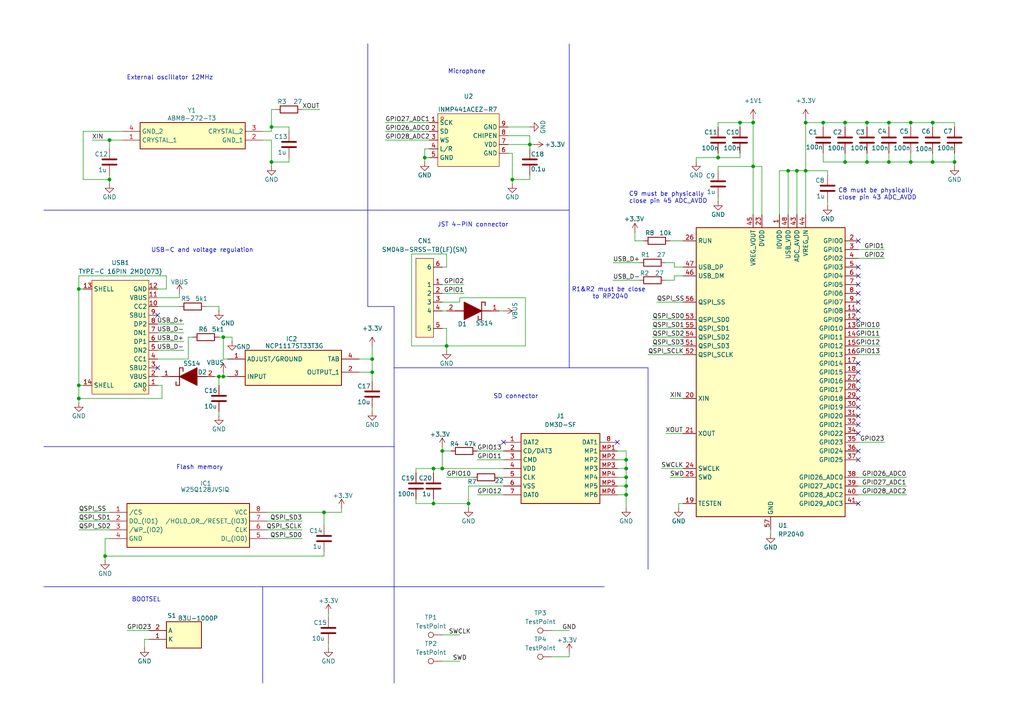
<source format=kicad_sch>
(kicad_sch (version 20250114) (generator "eeschema") (generator_version "9.0")
  (paper "A4")
  (text "USB-C and voltage regulation" (at 58.674 72.644 0) (effects (font (size 1.27 1.27))))
  (text "C9 must be physically \nclose pin 45 ADC_AVDD" (at 193.802 57.404 0) (effects (font (size 1.27 1.27))))
  (text "SD connector\n" (at 149.606 115.062 0) (effects (font (size 1.27 1.27))))
  (text "BOOTSEL" (at 42.418 173.99 0) (effects (font (size 1.27 1.27))))
  (text "Microphone" (at 135.382 20.828 0) (effects (font (size 1.27 1.27))))
  (text "Flash memory" (at 57.912 135.636 0) (effects (font (size 1.27 1.27))))
  (text "R1&R2 must be close \nto RP2040\n" (at 177.038 85.09 0) (effects (font (size 1.27 1.27))))
  (text "JST 4-PIN connector" (at 137.16 65.278 0) (effects (font (size 1.27 1.27))))
  (text "C8 must be physically \nclose pin 43 ADC_AVDD" (at 254.508 56.388 0) (effects (font (size 1.27 1.27))))
  (text "External oscillator 12MHz\n" (at 49.276 22.606 0) (effects (font (size 1.27 1.27))))
  (junction (at 135.89 146.05))
  (junction (at 22.86 83.82))
  (junction (at 251.46 35.56))
  (junction (at 64.77 109.22))
  (junction (at 181.61 138.43))
  (junction (at 181.61 135.89))
  (junction (at 78.74 36.83))
  (junction (at 78.74 46.99))
  (junction (at 107.95 104.14))
  (junction (at 276.86 46.99))
  (junction (at 233.68 35.56))
  (junction (at 129.54 100.33))
  (junction (at 245.11 46.99))
  (junction (at 30.48 161.29))
  (junction (at 22.86 111.76))
  (junction (at 128.27 135.89))
  (junction (at 214.63 35.56))
  (junction (at 257.81 35.56))
  (junction (at 107.95 107.95))
  (junction (at 63.5 109.22))
  (junction (at 153.67 41.91))
  (junction (at 218.44 35.56))
  (junction (at 231.14 49.53))
  (junction (at 245.11 35.56))
  (junction (at 181.61 140.97))
  (junction (at 251.46 46.99))
  (junction (at 228.6 49.53))
  (junction (at 125.73 146.05))
  (junction (at 181.61 133.35))
  (junction (at 264.16 46.99))
  (junction (at 64.77 97.79))
  (junction (at 181.61 143.51))
  (junction (at 31.75 40.64))
  (junction (at 270.51 46.99))
  (junction (at 264.16 35.56))
  (junction (at 128.27 130.81))
  (junction (at 238.76 35.56))
  (junction (at 22.86 115.57))
  (junction (at 31.75 52.07))
  (junction (at 123.19 45.72))
  (junction (at 257.81 46.99))
  (junction (at 208.28 45.72))
  (junction (at 270.51 35.56))
  (junction (at 218.44 48.26))
  (junction (at 93.98 148.59))
  (junction (at 148.59 52.07))
  (junction (at 233.68 49.53))
  (junction (at 125.73 135.89))
  (no_connect (at 248.92 90.17))
  (no_connect (at 248.92 130.81))
  (no_connect (at 248.92 69.85))
  (no_connect (at 45.72 106.68))
  (no_connect (at 248.92 80.01))
  (no_connect (at 248.92 118.11))
  (no_connect (at 248.92 123.19))
  (no_connect (at 248.92 107.95))
  (no_connect (at 248.92 146.05))
  (no_connect (at 248.92 120.65))
  (no_connect (at 146.05 128.27))
  (no_connect (at 248.92 77.47))
  (no_connect (at 248.92 113.03))
  (no_connect (at 248.92 92.71))
  (no_connect (at 248.92 105.41))
  (no_connect (at 248.92 110.49))
  (no_connect (at 248.92 85.09))
  (no_connect (at 179.07 128.27))
  (no_connect (at 248.92 87.63))
  (no_connect (at 45.72 91.44))
  (no_connect (at 248.92 82.55))
  (no_connect (at 248.92 115.57))
  (no_connect (at 248.92 133.35))
  (no_connect (at 248.92 125.73))
  (wire (pts (xy 41.91 185.42) (xy 43.18 185.42)))
  (wire (pts (xy 64.77 107.95) (xy 64.77 109.22)))
  (wire (pts (xy 138.43 130.81) (xy 146.05 130.81)))
  (wire (pts (xy 35.56 38.1) (xy 24.13 38.1)))
  (wire (pts (xy 64.77 97.79) (xy 64.77 104.14)))
  (wire (pts (xy 26.67 40.64) (xy 31.75 40.64)))
  (wire (pts (xy 46.99 115.57) (xy 22.86 115.57)))
  (wire (pts (xy 22.86 153.67) (xy 31.75 153.67)))
  (wire (pts (xy 67.31 97.79) (xy 64.77 97.79)))
  (polyline (pts (xy 187.96 106.68) (xy 187.96 165.1)))
  (wire (pts (xy 248.92 140.97) (xy 262.89 140.97)))
  (wire (pts (xy 22.86 111.76) (xy 22.86 83.82)))
  (wire (pts (xy 245.11 35.56) (xy 245.11 36.83)))
  (wire (pts (xy 214.63 35.56) (xy 214.63 36.83)))
  (polyline (pts (xy 12.7 60.96) (xy 106.68 60.96)))
  (wire (pts (xy 120.65 144.78) (xy 120.65 146.05)))
  (wire (pts (xy 187.96 102.87) (xy 198.12 102.87)))
  (wire (pts (xy 194.31 69.85) (xy 198.12 69.85)))
  (wire (pts (xy 63.5 97.79) (xy 64.77 97.79)))
  (wire (pts (xy 193.04 76.2) (xy 195.58 76.2)))
  (wire (pts (xy 129.54 138.43) (xy 137.16 138.43)))
  (wire (pts (xy 218.44 62.23) (xy 218.44 48.26)))
  (wire (pts (xy 160.02 182.88) (xy 165.1 182.88)))
  (wire (pts (xy 152.4 86.36) (xy 152.4 100.33)))
  (wire (pts (xy 231.14 62.23) (xy 231.14 49.53)))
  (wire (pts (xy 104.14 107.95) (xy 107.95 107.95)))
  (wire (pts (xy 22.86 148.59) (xy 31.75 148.59)))
  (wire (pts (xy 95.25 177.8) (xy 95.25 179.07)))
  (wire (pts (xy 31.75 43.18) (xy 31.75 40.64)))
  (wire (pts (xy 128.27 77.47) (xy 129.54 77.47)))
  (wire (pts (xy 31.75 50.8) (xy 31.75 52.07)))
  (wire (pts (xy 54.61 97.79) (xy 54.61 104.14)))
  (wire (pts (xy 196.85 147.32) (xy 196.85 146.05)))
  (wire (pts (xy 208.28 57.15) (xy 208.28 58.42)))
  (wire (pts (xy 251.46 46.99) (xy 245.11 46.99)))
  (wire (pts (xy 264.16 46.99) (xy 257.81 46.99)))
  (wire (pts (xy 45.72 83.82) (xy 48.26 83.82)))
  (wire (pts (xy 226.06 62.23) (xy 226.06 49.53)))
  (wire (pts (xy 177.8 76.2) (xy 185.42 76.2)))
  (wire (pts (xy 181.61 130.81) (xy 179.07 130.81)))
  (wire (pts (xy 24.13 52.07) (xy 31.75 52.07)))
  (wire (pts (xy 147.32 41.91) (xy 153.67 41.91)))
  (wire (pts (xy 196.85 146.05) (xy 198.12 146.05)))
  (wire (pts (xy 194.31 138.43) (xy 198.12 138.43)))
  (wire (pts (xy 48.26 83.82) (xy 48.26 80.01)))
  (wire (pts (xy 78.74 40.64) (xy 76.2 40.64)))
  (wire (pts (xy 124.46 43.18) (xy 123.19 43.18)))
  (wire (pts (xy 248.92 100.33) (xy 255.27 100.33)))
  (wire (pts (xy 153.67 41.91) (xy 153.67 43.18)))
  (wire (pts (xy 128.27 135.89) (xy 128.27 130.81)))
  (wire (pts (xy 218.44 35.56) (xy 218.44 48.26)))
  (wire (pts (xy 181.61 143.51) (xy 181.61 140.97)))
  (wire (pts (xy 177.8 81.28) (xy 185.42 81.28)))
  (wire (pts (xy 238.76 35.56) (xy 233.68 35.56)))
  (wire (pts (xy 135.89 146.05) (xy 135.89 147.32)))
  (wire (pts (xy 125.73 146.05) (xy 135.89 146.05)))
  (polyline (pts (xy 106.68 60.96) (xy 165.1 60.96)))
  (wire (pts (xy 104.14 104.14) (xy 107.95 104.14)))
  (wire (pts (xy 276.86 35.56) (xy 270.51 35.56)))
  (polyline (pts (xy 165.1 12.7) (xy 165.1 60.96)))
  (wire (pts (xy 181.61 140.97) (xy 181.61 138.43)))
  (wire (pts (xy 276.86 46.99) (xy 270.51 46.99)))
  (wire (pts (xy 45.72 104.14) (xy 54.61 104.14)))
  (wire (pts (xy 77.47 156.21) (xy 87.63 156.21)))
  (wire (pts (xy 63.5 90.17) (xy 63.5 88.9)))
  (wire (pts (xy 160.02 190.5) (xy 165.1 190.5)))
  (wire (pts (xy 148.59 44.45) (xy 147.32 44.45)))
  (wire (pts (xy 63.5 111.76) (xy 63.5 109.22)))
  (wire (pts (xy 22.86 80.01) (xy 22.86 83.82)))
  (wire (pts (xy 214.63 35.56) (xy 218.44 35.56)))
  (wire (pts (xy 45.72 101.6) (xy 53.34 101.6)))
  (wire (pts (xy 264.16 44.45) (xy 264.16 46.99)))
  (wire (pts (xy 233.68 49.53) (xy 233.68 62.23)))
  (wire (pts (xy 83.82 46.99) (xy 78.74 46.99)))
  (wire (pts (xy 125.73 144.78) (xy 125.73 146.05)))
  (wire (pts (xy 128.27 191.77) (xy 133.35 191.77)))
  (wire (pts (xy 245.11 44.45) (xy 245.11 46.99)))
  (wire (pts (xy 133.35 86.36) (xy 152.4 86.36)))
  (wire (pts (xy 83.82 38.1) (xy 83.82 36.83)))
  (wire (pts (xy 276.86 44.45) (xy 276.86 46.99)))
  (wire (pts (xy 129.54 100.33) (xy 152.4 100.33)))
  (wire (pts (xy 276.86 46.99) (xy 276.86 48.26)))
  (wire (pts (xy 189.23 100.33) (xy 198.12 100.33)))
  (wire (pts (xy 36.83 182.88) (xy 43.18 182.88)))
  (wire (pts (xy 128.27 135.89) (xy 146.05 135.89)))
  (wire (pts (xy 107.95 118.11) (xy 107.95 119.38)))
  (wire (pts (xy 248.92 143.51) (xy 262.89 143.51)))
  (wire (pts (xy 147.32 39.37) (xy 153.67 39.37)))
  (wire (pts (xy 214.63 45.72) (xy 214.63 44.45)))
  (polyline (pts (xy 165.1 106.68) (xy 187.96 106.68)))
  (wire (pts (xy 165.1 189.23) (xy 165.1 190.5)))
  (wire (pts (xy 128.27 90.17) (xy 129.54 90.17)))
  (polyline (pts (xy 106.68 88.9) (xy 114.3 88.9)))
  (wire (pts (xy 31.75 52.07) (xy 31.75 53.34)))
  (wire (pts (xy 30.48 156.21) (xy 31.75 156.21)))
  (wire (pts (xy 238.76 46.99) (xy 238.76 44.45)))
  (wire (pts (xy 233.68 35.56) (xy 233.68 49.53)))
  (wire (pts (xy 45.72 88.9) (xy 52.07 88.9)))
  (wire (pts (xy 195.58 81.28) (xy 193.04 81.28)))
  (wire (pts (xy 240.03 58.42) (xy 240.03 59.69)))
  (wire (pts (xy 248.92 95.25) (xy 255.27 95.25)))
  (wire (pts (xy 195.58 77.47) (xy 198.12 77.47)))
  (wire (pts (xy 63.5 88.9) (xy 59.69 88.9)))
  (wire (pts (xy 63.5 119.38) (xy 63.5 120.65)))
  (wire (pts (xy 251.46 35.56) (xy 251.46 36.83)))
  (wire (pts (xy 148.59 44.45) (xy 148.59 52.07)))
  (wire (pts (xy 276.86 36.83) (xy 276.86 35.56)))
  (wire (pts (xy 257.81 44.45) (xy 257.81 46.99)))
  (wire (pts (xy 78.74 36.83) (xy 78.74 38.1)))
  (wire (pts (xy 135.89 146.05) (xy 135.89 140.97)))
  (wire (pts (xy 248.92 97.79) (xy 255.27 97.79)))
  (wire (pts (xy 201.93 45.72) (xy 208.28 45.72)))
  (wire (pts (xy 111.76 35.56) (xy 124.46 35.56)))
  (wire (pts (xy 63.5 109.22) (xy 64.77 109.22)))
  (wire (pts (xy 62.23 109.22) (xy 63.5 109.22)))
  (wire (pts (xy 248.92 72.39) (xy 256.54 72.39)))
  (wire (pts (xy 67.31 99.06) (xy 67.31 97.79)))
  (wire (pts (xy 128.27 87.63) (xy 133.35 87.63)))
  (wire (pts (xy 248.92 128.27) (xy 256.54 128.27)))
  (polyline (pts (xy 114.3 106.68) (xy 165.1 106.68)))
  (wire (pts (xy 195.58 80.01) (xy 195.58 81.28)))
  (wire (pts (xy 128.27 82.55) (xy 134.62 82.55)))
  (wire (pts (xy 138.43 143.51) (xy 146.05 143.51)))
  (wire (pts (xy 129.54 73.66) (xy 119.38 73.66)))
  (wire (pts (xy 208.28 44.45) (xy 208.28 45.72)))
  (wire (pts (xy 22.86 111.76) (xy 22.86 115.57)))
  (wire (pts (xy 78.74 40.64) (xy 78.74 46.99)))
  (wire (pts (xy 228.6 62.23) (xy 228.6 49.53)))
  (wire (pts (xy 80.01 31.75) (xy 78.74 31.75)))
  (wire (pts (xy 220.98 48.26) (xy 218.44 48.26)))
  (wire (pts (xy 179.07 143.51) (xy 181.61 143.51)))
  (wire (pts (xy 64.77 109.22) (xy 66.04 109.22)))
  (wire (pts (xy 45.72 96.52) (xy 53.34 96.52)))
  (polyline (pts (xy 106.68 60.96) (xy 106.68 88.9)))
  (wire (pts (xy 30.48 156.21) (xy 30.48 161.29)))
  (wire (pts (xy 248.92 74.93) (xy 256.54 74.93)))
  (wire (pts (xy 87.63 31.75) (xy 92.71 31.75)))
  (wire (pts (xy 147.32 36.83) (xy 153.67 36.83)))
  (wire (pts (xy 31.75 40.64) (xy 35.56 40.64)))
  (wire (pts (xy 144.78 138.43) (xy 146.05 138.43)))
  (wire (pts (xy 248.92 138.43) (xy 262.89 138.43)))
  (wire (pts (xy 64.77 104.14) (xy 66.04 104.14)))
  (wire (pts (xy 107.95 104.14) (xy 107.95 100.33)))
  (wire (pts (xy 208.28 45.72) (xy 214.63 45.72)))
  (wire (pts (xy 245.11 46.99) (xy 238.76 46.99)))
  (wire (pts (xy 190.5 87.63) (xy 198.12 87.63)))
  (wire (pts (xy 251.46 44.45) (xy 251.46 46.99)))
  (wire (pts (xy 153.67 41.91) (xy 154.94 41.91)))
  (wire (pts (xy 218.44 34.29) (xy 218.44 35.56)))
  (wire (pts (xy 193.04 125.73) (xy 198.12 125.73)))
  (wire (pts (xy 30.48 161.29) (xy 93.98 161.29)))
  (wire (pts (xy 83.82 36.83) (xy 78.74 36.83)))
  (wire (pts (xy 125.73 135.89) (xy 128.27 135.89)))
  (wire (pts (xy 46.99 111.76) (xy 46.99 115.57)))
  (wire (pts (xy 181.61 138.43) (xy 181.61 135.89)))
  (wire (pts (xy 251.46 35.56) (xy 245.11 35.56)))
  (wire (pts (xy 128.27 129.54) (xy 128.27 130.81)))
  (wire (pts (xy 189.23 97.79) (xy 198.12 97.79)))
  (wire (pts (xy 179.07 140.97) (xy 181.61 140.97)))
  (wire (pts (xy 41.91 187.96) (xy 41.91 185.42)))
  (wire (pts (xy 22.86 83.82) (xy 24.13 83.82)))
  (wire (pts (xy 128.27 184.15) (xy 133.35 184.15)))
  (wire (pts (xy 52.07 86.36) (xy 52.07 85.09)))
  (wire (pts (xy 179.07 138.43) (xy 181.61 138.43)))
  (wire (pts (xy 270.51 44.45) (xy 270.51 46.99)))
  (wire (pts (xy 129.54 77.47) (xy 129.54 73.66)))
  (wire (pts (xy 123.19 46.99) (xy 123.19 45.72)))
  (wire (pts (xy 93.98 148.59) (xy 93.98 152.4)))
  (wire (pts (xy 264.16 35.56) (xy 264.16 36.83)))
  (wire (pts (xy 125.73 135.89) (xy 125.73 137.16)))
  (wire (pts (xy 181.61 147.32) (xy 181.61 143.51)))
  (wire (pts (xy 201.93 46.99) (xy 201.93 45.72)))
  (polyline (pts (xy 165.1 60.96) (xy 165.1 106.68)))
  (wire (pts (xy 45.72 93.98) (xy 53.34 93.98)))
  (wire (pts (xy 119.38 73.66) (xy 119.38 100.33)))
  (wire (pts (xy 22.86 115.57) (xy 22.86 116.84)))
  (wire (pts (xy 95.25 186.69) (xy 95.25 187.96)))
  (wire (pts (xy 107.95 110.49) (xy 107.95 107.95)))
  (wire (pts (xy 231.14 49.53) (xy 233.68 49.53)))
  (wire (pts (xy 128.27 130.81) (xy 130.81 130.81)))
  (wire (pts (xy 107.95 107.95) (xy 107.95 104.14)))
  (wire (pts (xy 99.06 148.59) (xy 93.98 148.59)))
  (wire (pts (xy 128.27 85.09) (xy 134.62 85.09)))
  (wire (pts (xy 77.47 151.13) (xy 87.63 151.13)))
  (wire (pts (xy 148.59 52.07) (xy 153.67 52.07)))
  (wire (pts (xy 144.78 90.17) (xy 146.05 90.17)))
  (polyline (pts (xy 114.3 129.54) (xy 114.3 198.12)))
  (wire (pts (xy 99.06 147.32) (xy 99.06 148.59)))
  (wire (pts (xy 153.67 39.37) (xy 153.67 41.91)))
  (wire (pts (xy 123.19 43.18) (xy 123.19 45.72)))
  (wire (pts (xy 120.65 135.89) (xy 125.73 135.89)))
  (polyline (pts (xy 12.7 170.18) (xy 114.3 170.18)))
  (wire (pts (xy 77.47 148.59) (xy 93.98 148.59)))
  (wire (pts (xy 220.98 62.23) (xy 220.98 48.26)))
  (wire (pts (xy 179.07 133.35) (xy 181.61 133.35)))
  (wire (pts (xy 45.72 111.76) (xy 46.99 111.76)))
  (wire (pts (xy 226.06 49.53) (xy 228.6 49.53)))
  (wire (pts (xy 120.65 137.16) (xy 120.65 135.89)))
  (wire (pts (xy 181.61 135.89) (xy 181.61 133.35)))
  (wire (pts (xy 257.81 35.56) (xy 257.81 36.83)))
  (wire (pts (xy 45.72 109.22) (xy 46.99 109.22)))
  (wire (pts (xy 48.26 80.01) (xy 22.86 80.01)))
  (wire (pts (xy 238.76 35.56) (xy 238.76 36.83)))
  (wire (pts (xy 24.13 38.1) (xy 24.13 52.07)))
  (wire (pts (xy 189.23 95.25) (xy 198.12 95.25)))
  (wire (pts (xy 233.68 49.53) (xy 240.03 49.53)))
  (wire (pts (xy 184.15 69.85) (xy 186.69 69.85)))
  (wire (pts (xy 148.59 52.07) (xy 148.59 53.34)))
  (wire (pts (xy 123.19 45.72) (xy 124.46 45.72)))
  (wire (pts (xy 208.28 35.56) (xy 214.63 35.56)))
  (wire (pts (xy 22.86 111.76) (xy 24.13 111.76)))
  (wire (pts (xy 240.03 49.53) (xy 240.03 50.8)))
  (wire (pts (xy 218.44 48.26) (xy 208.28 48.26)))
  (wire (pts (xy 228.6 49.53) (xy 231.14 49.53)))
  (wire (pts (xy 270.51 46.99) (xy 264.16 46.99)))
  (polyline (pts (xy 76.2 170.18) (xy 76.2 198.12)))
  (wire (pts (xy 78.74 46.99) (xy 78.74 48.26)))
  (polyline (pts (xy 114.3 88.9) (xy 114.3 129.54)))
  (wire (pts (xy 76.2 38.1) (xy 78.74 38.1)))
  (wire (pts (xy 208.28 36.83) (xy 208.28 35.56)))
  (wire (pts (xy 223.52 153.67) (xy 223.52 154.94)))
  (wire (pts (xy 257.81 35.56) (xy 251.46 35.56)))
  (wire (pts (xy 129.54 101.6) (xy 129.54 100.33)))
  (wire (pts (xy 129.54 100.33) (xy 129.54 95.25)))
  (wire (pts (xy 189.23 92.71) (xy 198.12 92.71)))
  (wire (pts (xy 194.31 115.57) (xy 198.12 115.57)))
  (wire (pts (xy 133.35 87.63) (xy 133.35 86.36)))
  (wire (pts (xy 45.72 99.06) (xy 53.34 99.06)))
  (wire (pts (xy 83.82 45.72) (xy 83.82 46.99)))
  (wire (pts (xy 184.15 67.31) (xy 184.15 69.85)))
  (wire (pts (xy 111.76 40.64) (xy 124.46 40.64)))
  (polyline (pts (xy 106.68 12.7) (xy 106.68 60.96)))
  (polyline (pts (xy 114.3 170.18) (xy 175.26 170.18)))
  (wire (pts (xy 54.61 97.79) (xy 55.88 97.79)))
  (wire (pts (xy 257.81 46.99) (xy 251.46 46.99)))
  (wire (pts (xy 135.89 140.97) (xy 146.05 140.97)))
  (wire (pts (xy 129.54 95.25) (xy 128.27 95.25)))
  (wire (pts (xy 119.38 100.33) (xy 129.54 100.33)))
  (wire (pts (xy 22.86 151.13) (xy 31.75 151.13)))
  (wire (pts (xy 208.28 48.26) (xy 208.28 49.53)))
  (wire (pts (xy 30.48 161.29) (xy 30.48 162.56)))
  (wire (pts (xy 138.43 133.35) (xy 146.05 133.35)))
  (wire (pts (xy 270.51 35.56) (xy 270.51 36.83)))
  (wire (pts (xy 111.76 38.1) (xy 124.46 38.1)))
  (wire (pts (xy 153.67 50.8) (xy 153.67 52.07)))
  (wire (pts (xy 233.68 34.29) (xy 233.68 35.56)))
  (wire (pts (xy 93.98 160.02) (xy 93.98 161.29)))
  (wire (pts (xy 78.74 31.75) (xy 78.74 36.83)))
  (wire (pts (xy 191.77 135.89) (xy 198.12 135.89)))
  (wire (pts (xy 179.07 135.89) (xy 181.61 135.89)))
  (wire (pts (xy 248.92 102.87) (xy 255.27 102.87)))
  (wire (pts (xy 181.61 133.35) (xy 181.61 130.81)))
  (wire (pts (xy 198.12 80.01) (xy 195.58 80.01)))
  (wire (pts (xy 77.47 153.67) (xy 87.63 153.67)))
  (wire (pts (xy 45.72 86.36) (xy 52.07 86.36)))
  (wire (pts (xy 120.65 146.05) (xy 125.73 146.05)))
  (wire (pts (xy 270.51 35.56) (xy 264.16 35.56)))
  (wire (pts (xy 195.58 76.2) (xy 195.58 77.47)))
  (wire (pts (xy 245.11 35.56) (xy 238.76 35.56)))
  (polyline (pts (xy 12.7 129.54) (xy 114.3 129.54)))
  (wire (pts (xy 264.16 35.56) (xy 257.81 35.56)))
  (label "GPIO12" (at 138.43 143.51 0))
  (label "QSPI_SS" (at 22.86 148.59 0))
  (label "QSPI_SD2" (at 189.23 97.79 0))
  (label "USB_D-" (at 53.34 101.6 180))
  (label "GPIO10" (at 129.54 138.43 0))
  (label "XIN" (at 26.67 40.64 0))
  (label "SWCLK" (at 133.35 184.15 0))
  (label "USB_D+" (at 53.34 93.98 180))
  (label "USB_D+" (at 177.8 76.2 0))
  (label "USB_D-" (at 177.8 81.28 0))
  (label "GPIO2" (at 256.54 74.93 180))
  (label "QSPI_SCLK" (at 87.63 153.67 180))
  (label "XOUT" (at 193.04 125.73 0))
  (label "XOUT" (at 92.71 31.75 180))
  (label "QSPI_SS" (at 190.5 87.63 0))
  (label "GND" (at 165.1 182.88 0))
  (label "GPIO2" (at 134.62 82.55 180))
  (label "QSPI_SD1" (at 189.23 95.25 0))
  (label "GPIO28_ADC2" (at 111.76 40.64 0))
  (label "GPIO26_ADC0" (at 111.76 38.1 0))
  (label "GPIO12" (at 255.27 100.33 180))
  (label "GPIO23" (at 256.54 128.27 180))
  (label "SWD" (at 194.31 138.43 0))
  (label "GPIO23" (at 36.83 182.88 0))
  (label "GPIO26_ADC0" (at 262.89 138.43 180))
  (label "QSPI_SD1" (at 22.86 151.13 0))
  (label "GPIO11" (at 138.43 133.35 0))
  (label "QSPI_SD3" (at 189.23 100.33 0))
  (label "SWD" (at 133.35 191.77 0))
  (label "QSPI_SD0" (at 87.63 156.21 180))
  (label "QSPI_SD3" (at 87.63 151.13 180))
  (label "XIN" (at 194.31 115.57 0))
  (label "QSPI_SCLK" (at 187.96 102.87 0))
  (label "QSPI_SD2" (at 22.86 153.67 0))
  (label "USB_D-" (at 53.34 96.52 180))
  (label "GPIO1" (at 256.54 72.39 180))
  (label "GPIO27_ADC1" (at 262.89 140.97 180))
  (label "GPIO1" (at 134.62 85.09 180))
  (label "SWCLK" (at 191.77 135.89 0))
  (label "GPIO28_ADC2" (at 262.89 143.51 180))
  (label "GPIO10" (at 255.27 95.25 180))
  (label "GPIO13" (at 255.27 102.87 180))
  (label "GPIO11" (at 255.27 97.79 180))
  (label "GPIO27_ADC1" (at 111.76 35.56 0))
  (label "USB_D+" (at 53.34 99.06 180))
  (label "QSPI_SD0" (at 189.23 92.71 0))
  (label "GPIO13" (at 138.43 130.81 0))
  (symbol (lib_id "power:+3.3V") (at 233.68 34.29 0) (unit 1)
    (property "Reference" "#PWR01" (effects (hide yes)))
    (property "Value" "+3.3V" (at 233.68 29.21 0))
    (property "Description" "Power symbol creates a global label with name \"+3.3V\"" (effects (hide yes)))
  )
  (symbol (lib_id "Device:R") (at 189.23 81.28 90) (unit 1)
    (property "Reference" "R2" (at 186.944 79.248 90))
    (property "Value" "27" (at 191.262 79.248 90))
    (property "Description" "Resistor" (effects (hide yes)))
  )
  (symbol (lib_id "power:GND") (at 201.93 46.99 0) (unit 1)
    (property "Reference" "#PWR06" (effects (hide yes)))
    (property "Value" "GND" (at 201.93 50.8 0))
    (property "Description" "Power symbol creates a global label with name \"GND\" , ground" (effects (hide yes)))
  )
  (symbol (lib_id "power:GND") (at 30.48 162.56 0) (unit 1)
    (property "Reference" "#PWR012" (effects (hide yes)))
    (property "Value" "GND" (at 30.48 166.37 0))
    (property "Description" "Power symbol creates a global label with name \"GND\" , ground" (effects (hide yes)))
  )
  (symbol (lib_id "Device:C") (at 31.75 46.99 0) (unit 1)
    (property "Reference" "C12" (at 27.432 44.704 0) (effects (justify left)))
    (property "Value" "1u" (at 28.448 49.276 0) (effects (justify left)))
    (property "Description" "Unpolarized capacitor" (effects (hide yes)))
  )
  (symbol (lib_id "power:GND") (at 135.89 147.32 0) (unit 1)
    (property "Reference" "#PWR028" (effects (hide yes)))
    (property "Value" "GND" (at 135.89 151.13 0))
    (property "Description" "Power symbol creates a global label with name \"GND\" , ground" (effects (hide yes)))
  )
  (symbol (lib_id "Device:C") (at 95.25 182.88 0) (unit 1)
    (property "Reference" "C15" (at 90.932 180.594 0) (effects (justify left)))
    (property "Value" "10u" (at 90.424 185.166 0) (effects (justify left)))
    (property "Description" "Unpolarized capacitor" (effects (hide yes)))
  )
  (symbol (lib_id "Connector:TestPoint") (at 128.27 191.77 90) (unit 1)
    (property "Reference" "TP2" (at 124.968 186.69 90))
    (property "Value" "TestPoint" (at 124.968 189.23 90))
    (property "Footprint" "TestPoint:TestPoint_Pad_D1.0mm" (effects (hide yes)))
    (property "Description" "test point" (effects (hide yes)))
  )
  (symbol (lib_id "power:GND") (at 208.28 58.42 0) (unit 1)
    (property "Reference" "#PWR04" (effects (hide yes)))
    (property "Value" "GND" (at 208.28 62.23 0))
    (property "Description" "Power symbol creates a global label with name \"GND\" , ground" (effects (hide yes)))
  )
  (symbol (lib_id "SoundLogger:W25Q128JVSIQ") (at 31.75 148.59 0) (unit 1)
    (property "Reference" "IC1" (at 59.69 140.208 0))
    (property "Value" "W25Q128JVSIQ" (at 59.436 141.986 0))
    (property "Footprint" "fpv_sound_logger:SOIC127P790X216-8N" (effects (hide yes)))
    (property "Datasheet" "https://www.winbond.com/hq/search-resource-file.jsp?partNo=W25Q128JVSIQ&type=datasheet" (effects (hide yes)))
    (property "Description" "128M-bit Serial Flash Memory with uniform 4KB sectors and Dual/Quad SPI" (effects (hide yes)))
    (property "Height" "2.16" (effects (hide yes)))
    (property "Mouser Part Number" "454-W25Q128JVSIQ" (effects (hide yes)))
    (property "Mouser Price/Stock" "https://www.mouser.co.uk/ProductDetail/Winbond/W25Q128JVSIQ?qs=qSfuJ%252Bfl%2Fd6tLXvPR4fl9w%3D%3D" (effects (hide yes)))
    (property "Manufacturer_Name" "Winbond" (effects (hide yes)))
    (property "Manufacturer_Part_Number" "W25Q128JVSIQ" (effects (hide yes)))
  )
  (symbol (lib_id "power:+3.3V") (at 184.15 67.31 0) (unit 1)
    (property "Reference" "#PWR031" (effects (hide yes)))
    (property "Value" "+3.3V" (at 183.896 63.5 0))
    (property "Description" "Power symbol creates a global label with name \"+3.3V\"" (effects (hide yes)))
  )
  (symbol (lib_id "power:+3.3V") (at 154.94 41.91 270) (unit 1)
    (property "Reference" "#PWR027" (effects (hide yes)))
    (property "Value" "+3.3V" (at 157.988 41.91 90) (effects (justify left)))
    (property "Description" "Power symbol creates a global label with name \"+3.3V\"" (effects (hide yes)))
  )
  (symbol (lib_id "power:GND") (at 67.31 99.06 0) (unit 1)
    (property "Reference" "#PWR018" (effects (hide yes)))
    (property "Value" "GND" (at 70.612 100.584 0))
    (property "Description" "Power symbol creates a global label with name \"GND\" , ground" (effects (hide yes)))
  )
  (symbol (lib_id "Device:C") (at 245.11 40.64 0) (unit 1)
    (property "Reference" "C2" (at 241.554 38.354 0) (effects (justify left)))
    (property "Value" "100n" (at 240.03 42.926 0) (effects (justify left)))
    (property "Description" "Unpolarized capacitor" (effects (hide yes)))
  )
  (symbol (lib_id "Connector:TestPoint") (at 160.02 182.88 90) (unit 1)
    (property "Reference" "TP3" (at 156.718 177.8 90))
    (property "Value" "TestPoint" (at 156.718 180.34 90))
    (property "Footprint" "TestPoint:TestPoint_Pad_D1.0mm" (effects (hide yes)))
    (property "Description" "test point" (effects (hide yes)))
  )
  (symbol (lib_id "power:GND") (at 41.91 187.96 0) (unit 1)
    (property "Reference" "#PWR023" (effects (hide yes)))
    (property "Value" "GND" (at 41.91 191.77 0))
    (property "Description" "Power symbol creates a global label with name \"GND\" , ground" (effects (hide yes)))
  )
  (symbol (lib_id "Device:R") (at 190.5 69.85 90) (unit 1)
    (property "Reference" "R8" (at 188.468 67.564 90))
    (property "Value" "10k" (at 193.04 67.564 90))
    (property "Description" "Resistor" (effects (hide yes)))
  )
  (symbol (lib_id "power:GND") (at 223.52 154.94 0) (unit 1)
    (property "Reference" "#PWR08" (effects (hide yes)))
    (property "Value" "GND" (at 223.52 158.75 0))
    (property "Description" "Power symbol creates a global label with name \"GND\" , ground" (effects (hide yes)))
  )
  (symbol (lib_id "power:+3.3V") (at 99.06 147.32 0) (unit 1)
    (property "Reference" "#PWR011" (effects (hide yes)))
    (property "Value" "+3.3V" (at 102.362 143.764 0) (effects (justify right)))
    (property "Description" "Power symbol creates a global label with name \"+3.3V\"" (effects (hide yes)))
  )
  (symbol (lib_id "SoundLogger:INMP441ACEZ-R7") (at 137.16 41.91 0) (unit 1)
    (property "Reference" "U2" (at 135.89 27.94 0))
    (property "Value" "INMP441ACEZ-R7" (at 135.636 31.75 0))
    (property "Footprint" "fpv_sound_logger:MID-SMD_L4.7-W3.8_INMP441ACEZ" (effects (hide yes)))
    (property "Manufacturer Part" "INMP441ACEZ-R7" (effects (hide yes)))
    (property "Supplier Part" "C22379536" (effects (hide yes)))
    (property "Supplier" "LCSC" (effects (hide yes)))
    (property "LCSC Part Name" "INMP441ACEZ-R7" (effects (hide yes)))
  )
  (symbol (lib_id "Device:C") (at 264.16 40.64 0) (unit 1)
    (property "Reference" "C5" (at 260.858 38.1 0) (effects (justify left)))
    (property "Value" "100n" (at 259.08 42.926 0) (effects (justify left)))
    (property "Description" "Unpolarized capacitor" (effects (hide yes)))
  )
  (symbol (lib_id "SoundLogger:SM04B-SRSS-TB (LF)(SN)") (at 124.46 86.36 270) (unit 1)
    (property "Reference" "CN1" (at 123.19 69.85 90))
    (property "Value" "SM04B-SRSS-TB(LF)(SN)" (at 123.19 72.39 90))
    (property "Footprint" "fpv_sound_logger:CONN-SMD_4P-P1.00_SM04B-SRSS-TB-LF-SN" (effects (hide yes)))
    (property "Datasheet" "https://item.szlcsc.com/datasheet/SM04B-SRSS-TB(LF)(SN)/171784.html" (effects (hide yes)))
    (property "Description" "Pins Structure:1x4P Pitch:1mm Mounting Type:Surface Mount, Right Angle Reference Series:SH Number of Pins:4P Number of Rows:1 Number of PINs Per Row:4 Row Spacing:- Current Rating:1A Contact Material:Copper Alloy Contact Plating:Tin Operating Temperature:" (effects (hide yes)))
    (property "Manufacturer Part" "SM04B-SRSS-TB(LF)(SN)" (effects (hide yes)))
    (property "Manufacturer" "JST" (effects (hide yes)))
    (property "Supplier Part" "C160404" (effects (hide yes)))
    (property "Supplier" "LCSC" (effects (hide yes)))
    (property "LCSC Part Name" "1x4P 间距:1mm 卧贴 系列:SH" (effects (hide yes)))
  )
  (symbol (lib_id "Device:C") (at 251.46 40.64 0) (unit 1)
    (property "Reference" "C3" (at 248.158 38.354 0) (effects (justify left)))
    (property "Value" "100n" (at 246.634 42.926 0) (effects (justify left)))
    (property "Description" "Unpolarized capacitor" (effects (hide yes)))
  )
  (symbol (lib_id "SoundLogger:DM3D-SF") (at 146.05 128.27 0) (unit 1)
    (property "Reference" "J1" (at 162.56 120.65 0))
    (property "Value" "DM3D-SF" (at 162.56 123.19 0))
    (property "Footprint" "fpv_sound_logger:DM3DSF" (effects (hide yes)))
    (property "Datasheet" "https://datasheet.datasheetarchive.com/originals/distributors/SFDatasheet-7/sf-000141252.pdf" (effects (hide yes)))
    (property "Description" "Micro SD card push pull manual" (effects (hide yes)))
    (property "Height" "1.55" (effects (hide yes)))
    (property "Mouser Part Number" "798-DM3D-SF" (effects (hide yes)))
    (property "Mouser Price/Stock" "https://www.mouser.co.uk/ProductDetail/Hirose-Connector/DM3D-SF?qs=nSryOFbzj8L3f0GFYlvXkw%3D%3D" (effects (hide yes)))
    (property "Manufacturer_Name" "Hirose" (effects (hide yes)))
    (property "Manufacturer_Part_Number" "DM3D-SF" (effects (hide yes)))
  )
  (symbol (lib_id "Device:C") (at 120.65 140.97 0) (unit 1)
    (property "Reference" "C19" (at 116.332 138.684 0) (effects (justify left)))
    (property "Value" "100n" (at 115.316 143.256 0) (effects (justify left)))
    (property "Description" "Unpolarized capacitor" (effects (hide yes)))
  )
  (symbol (lib_id "power:GND") (at 63.5 90.17 0) (unit 1)
    (property "Reference" "#PWR020" (effects (hide yes)))
    (property "Value" "GND" (at 66.04 93.726 0))
    (property "Description" "Power symbol creates a global label with name \"GND\" , ground" (effects (hide yes)))
  )
  (symbol (lib_id "power:GND") (at 129.54 101.6 0) (unit 1)
    (property "Reference" "#PWR033" (effects (hide yes)))
    (property "Value" "GND" (at 129.54 105.41 0))
    (property "Description" "Power symbol creates a global label with name \"GND\" , ground" (effects (hide yes)))
  )
  (symbol (lib_id "Device:C") (at 208.28 53.34 0) (unit 1)
    (property "Reference" "C9" (at 204.724 51.054 0) (effects (justify left)))
    (property "Value" "1u" (at 204.978 55.626 0) (effects (justify left)))
    (property "Description" "Unpolarized capacitor" (effects (hide yes)))
  )
  (symbol (lib_id "power:+3.3V") (at 107.95 100.33 0) (unit 1)
    (property "Reference" "#PWR021" (effects (hide yes)))
    (property "Value" "+3.3V" (at 107.95 95.25 0))
    (property "Description" "Power symbol creates a global label with name \"+3.3V\"" (effects (hide yes)))
  )
  (symbol (lib_id "Device:C") (at 63.5 115.57 0) (unit 1)
    (property "Reference" "C16" (at 59.182 113.284 0) (effects (justify left)))
    (property "Value" "10u" (at 59.182 117.856 0) (effects (justify left)))
    (property "Description" "Unpolarized capacitor" (effects (hide yes)))
  )
  (symbol (lib_id "Device:C") (at 238.76 40.64 0) (unit 1)
    (property "Reference" "C1" (at 234.442 38.354 0) (effects (justify left)))
    (property "Value" "100n" (at 233.68 42.672 0) (effects (justify left)))
    (property "Description" "Unpolarized capacitor" (effects (hide yes)))
  )
  (symbol (lib_id "Connector:TestPoint") (at 128.27 184.15 90) (unit 1)
    (property "Reference" "TP1" (at 124.968 179.07 90))
    (property "Value" "TestPoint" (at 124.968 181.61 90))
    (property "Footprint" "TestPoint:TestPoint_Pad_D1.0mm" (effects (hide yes)))
    (property "Description" "test point" (effects (hide yes)))
  )
  (symbol (lib_id "SoundLogger:TYPE-C 16PIN 2MD(073)") (at 34.29 97.79 180) (unit 1)
    (property "Reference" "USB1" (at 34.925 76.2 0))
    (property "Value" "TYPE-C 16PIN 2MD(073)" (at 34.925 78.74 0))
    (property "Footprint" "fpv_sound_logger:USB-C-SMD_TYPE-C-6PIN-2MD-073" (effects (hide yes)))
    (property "Datasheet" "https://item.szlcsc.com/datasheet/TYPE-C%252016PIN%25202MD(073)/2901843.html" (effects (hide yes)))
    (property "Description" "Connector Type:Type-C Protocol Standard:- Gender:Female Mounting Type:Surface Mount, Right Angle Number of Contacts:16P Number of Ports:1 Current Rating-Power:3A Voltage Rating:5V Connect-Disconnect Life:5,000 Cycles Supplementary Features:- Center Height" (effects (hide yes)))
    (property "Manufacturer Part" "TYPE-C 16PIN 2MD(073)" (effects (hide yes)))
    (property "Manufacturer" "SHOU HAN(首韩)" (effects (hide yes)))
    (property "Supplier Part" "C2765186" (effects (hide yes)))
    (property "Supplier" "LCSC" (effects (hide yes)))
    (property "LCSC Part Name" "Type-C 母 卧贴" (effects (hide yes)))
  )
  (symbol (lib_id "power:GND") (at 181.61 147.32 0) (unit 1)
    (property "Reference" "#PWR030" (effects (hide yes)))
    (property "Value" "GND" (at 181.61 151.13 0))
    (property "Description" "Power symbol creates a global label with name \"GND\" , ground" (effects (hide yes)))
  )
  (symbol (lib_id "Connector:TestPoint") (at 160.02 190.5 90) (unit 1)
    (property "Reference" "TP4" (at 156.718 185.42 90))
    (property "Value" "TestPoint" (at 156.718 187.96 90))
    (property "Footprint" "TestPoint:TestPoint_Pad_D1.0mm" (effects (hide yes)))
    (property "Description" "test point" (effects (hide yes)))
  )
  (symbol (lib_id "power:VBUS") (at 64.77 107.95 0) (unit 1)
    (property "Reference" "#PWR015" (effects (hide yes)))
    (property "Value" "VBUS" (at 62.484 105.156 0))
    (property "Description" "Power symbol creates a global label with name \"VBUS\"" (effects (hide yes)))
  )
  (symbol (lib_id "Device:C") (at 125.73 140.97 0) (unit 1)
    (property "Reference" "C20" (at 121.412 138.684 0) (effects (justify left)))
    (property "Value" "1u" (at 122.428 143.256 0) (effects (justify left)))
    (property "Description" "Unpolarized capacitor" (effects (hide yes)))
  )
  (symbol (lib_id "Device:C") (at 214.63 40.64 0) (unit 1)
    (property "Reference" "C10" (at 210.566 38.354 0) (effects (justify left)))
    (property "Value" "100n" (at 209.804 42.926 0) (effects (justify left)))
    (property "Description" "Unpolarized capacitor" (effects (hide yes)))
  )
  (symbol (lib_id "power:GND") (at 78.74 48.26 0) (unit 1)
    (property "Reference" "#PWR010" (effects (hide yes)))
    (property "Value" "GND" (at 78.74 52.07 0))
    (property "Description" "Power symbol creates a global label with name \"GND\" , ground" (effects (hide yes)))
  )
  (symbol (lib_id "power:GND") (at 196.85 147.32 0) (unit 1)
    (property "Reference" "#PWR07" (effects (hide yes)))
    (property "Value" "GND" (at 196.85 151.13 0))
    (property "Description" "Power symbol creates a global label with name \"GND\" , ground" (effects (hide yes)))
  )
  (symbol (lib_id "power:GND") (at 107.95 119.38 0) (unit 1)
    (property "Reference" "#PWR022" (effects (hide yes)))
    (property "Value" "GND" (at 107.95 123.19 0))
    (property "Description" "Power symbol creates a global label with name \"GND\" , ground" (effects (hide yes)))
  )
  (symbol (lib_id "SoundLogger:SS14") (at 147.32 90.17 180) (unit 1)
    (property "Reference" "D1" (at 134.112 93.98 0))
    (property "Value" "SS14" (at 140.462 93.726 0))
    (property "Footprint" "fpv_sound_logger:DIOM5227X270N" (effects (hide yes)))
    (property "Datasheet" "https://www.onsemi.com/pub/Collateral/SS19-D.PDF" (effects (hide yes)))
    (property "Description" "High-Current Capability, Low VF; Glass-Passivated Junctions" (effects (hide yes)))
    (property "Height" "2.7" (effects (hide yes)))
    (property "Mouser Part Number" "512-SS14" (effects (hide yes)))
    (property "Mouser Price/Stock" "https://www.mouser.co.uk/ProductDetail/onsemi-Fairchild/SS14?qs=mVVXn4M53U%252BvrBaFv5vr4w%3D%3D" (effects (hide yes)))
    (property "Manufacturer_Name" "onsemi" (effects (hide yes)))
    (property "Manufacturer_Part_Number" "SS14" (effects (hide yes)))
  )
  (symbol (lib_id "SoundLogger:SS14") (at 44.45 109.22 0) (unit 1)
    (property "Reference" "D2" (at 58.674 107.95 0))
    (property "Value" "SS14" (at 55.626 105.41 0))
    (property "Footprint" "fpv_sound_logger:DIOM5227X270N" (effects (hide yes)))
    (property "Datasheet" "https://www.onsemi.com/pub/Collateral/SS19-D.PDF" (effects (hide yes)))
    (property "Description" "High-Current Capability, Low VF; Glass-Passivated Junctions" (effects (hide yes)))
    (property "Height" "2.7" (effects (hide yes)))
    (property "Mouser Part Number" "512-SS14" (effects (hide yes)))
    (property "Mouser Price/Stock" "https://www.mouser.co.uk/ProductDetail/onsemi-Fairchild/SS14?qs=mVVXn4M53U%252BvrBaFv5vr4w%3D%3D" (effects (hide yes)))
    (property "Manufacturer_Name" "onsemi" (effects (hide yes)))
    (property "Manufacturer_Part_Number" "SS14" (effects (hide yes)))
  )
  (symbol (lib_id "Device:C") (at 276.86 40.64 0) (unit 1)
    (property "Reference" "C7" (at 273.558 38.1 0) (effects (justify left)))
    (property "Value" "100n" (at 271.78 42.926 0) (effects (justify left)))
    (property "Description" "Unpolarized capacitor" (effects (hide yes)))
  )
  (symbol (lib_id "SoundLogger:NCP1117ST33T3G") (at 66.04 104.14 0) (unit 1)
    (property "Reference" "IC2" (at 84.582 98.298 0))
    (property "Value" "NCP1117ST33T3G" (at 85.344 100.33 0))
    (property "Footprint" "fpv_sound_logger:SOT230P700X180-4N" (effects (hide yes)))
    (property "Datasheet" "https://www.onsemi.com/pub/Collateral/NCP1117-D.PDF" (effects (hide yes)))
    (property "Description" "Output Current in Excess of 1.0 A; 1.2 V Maximum Dropout Voltage at 800 mA Over Temperature; Fixed Output Voltages of 1.5 V, 1.8 V, 2.0 V, 2.5 V, 2.85 V, 3.3 V, 5.0 V, and 12 V; Adjustable Output Voltage Option; No Minimum Load Requirement for Fixed Voltage Output Devices; Reference/Output Voltage Trimmed to +/- 1.0%; Current Limit, Safe Operating and Thermal Shutdown Protection; Operation to 20 V Input; Pb-Free Packages are Available" (effects (hide yes)))
    (property "Height" "1.8" (effects (hide yes)))
    (property "Mouser Part Number" "863-NCP1117ST33T3G" (effects (hide yes)))
    (property "Mouser Price/Stock" "https://www.mouser.co.uk/ProductDetail/onsemi/NCP1117ST33T3G?qs=Gev%252BmEvV0iZb%2FE8ahUDx3w%3D%3D" (effects (hide yes)))
    (property "Manufacturer_Name" "onsemi" (effects (hide yes)))
    (property "Manufacturer_Part_Number" "NCP1117ST33T3G" (effects (hide yes)))
  )
  (symbol (lib_id "Device:R") (at 140.97 138.43 90) (unit 1)
    (property "Reference" "R7" (at 136.906 139.7 90))
    (property "Value" "22" (at 144.78 139.446 90))
    (property "Description" "Resistor" (effects (hide yes)))
  )
  (symbol (lib_id "power:GND") (at 148.59 53.34 0) (unit 1)
    (property "Reference" "#PWR024" (effects (hide yes)))
    (property "Value" "GND" (at 148.59 57.15 0))
    (property "Description" "Power symbol creates a global label with name \"GND\" , ground" (effects (hide yes)))
  )
  (symbol (lib_id "power:+3.3V") (at 165.1 189.23 0) (unit 1)
    (property "Reference" "#PWR032" (effects (hide yes)))
    (property "Value" "+3.3V" (at 167.386 185.674 0) (effects (justify right)))
    (property "Description" "Power symbol creates a global label with name \"+3.3V\"" (effects (hide yes)))
  )
  (symbol (lib_id "Device:C") (at 83.82 41.91 0) (unit 1)
    (property "Reference" "C13" (at 79.502 39.624 0) (effects (justify left)))
    (property "Value" "1u" (at 80.518 44.196 0) (effects (justify left)))
    (property "Description" "Unpolarized capacitor" (effects (hide yes)))
  )
  (symbol (lib_id "Device:C") (at 240.03 54.61 0) (unit 1)
    (property "Reference" "C8" (at 236.474 52.324 0) (effects (justify left)))
    (property "Value" "1u" (at 236.728 56.896 0) (effects (justify left)))
    (property "Description" "Unpolarized capacitor" (effects (hide yes)))
  )
  (symbol (lib_id "power:+1V1") (at 218.44 34.29 0) (unit 1)
    (property "Reference" "#PWR05" (effects (hide yes)))
    (property "Value" "+1V1" (at 218.44 29.21 0))
    (property "Description" "Power symbol creates a global label with name \"+1V1\"" (effects (hide yes)))
  )
  (symbol (lib_id "power:VBUS") (at 52.07 85.09 0) (unit 1)
    (property "Reference" "#PWR019" (effects (hide yes)))
    (property "Value" "VBUS" (at 52.07 81.788 0))
    (property "Description" "Power symbol creates a global label with name \"VBUS\"" (effects (hide yes)))
  )
  (symbol (lib_id "Device:C") (at 270.51 40.64 0) (unit 1)
    (property "Reference" "C6" (at 267.208 38.1 0) (effects (justify left)))
    (property "Value" "100n" (at 265.43 43.18 0) (effects (justify left)))
    (property "Description" "Unpolarized capacitor" (effects (hide yes)))
  )
  (symbol (lib_id "power:GND") (at 276.86 48.26 0) (unit 1)
    (property "Reference" "#PWR02" (effects (hide yes)))
    (property "Value" "GND" (at 276.86 52.07 0))
    (property "Description" "Power symbol creates a global label with name \"GND\" , ground" (effects (hide yes)))
  )
  (symbol (lib_id "power:GND") (at 123.19 46.99 0) (unit 1)
    (property "Reference" "#PWR025" (effects (hide yes)))
    (property "Value" "GND" (at 123.19 50.8 0))
    (property "Description" "Power symbol creates a global label with name \"GND\" , ground" (effects (hide yes)))
  )
  (symbol (lib_id "SoundLogger:ABM8-272-T3") (at 35.56 38.1 0) (unit 1)
    (property "Reference" "Y1" (at 55.626 32.004 0))
    (property "Value" "ABM8-272-T3" (at 55.626 34.29 0))
    (property "Footprint" "fpv_sound_logger:ABM8272T3" (effects (hide yes)))
    (property "Datasheet" "https://abracon.com/datasheets/ABM8-272-T3.pdf" (effects (hide yes)))
    (property "Description" "Crystal, 12 MHz, SMD, 3.2mm x 2.5mm, 30 ppm, 10 pF, 30 ppm, ABM8 Series" (effects (hide yes)))
    (property "Height" "0.8" (effects (hide yes)))
    (property "Mouser Part Number" "815-ABM8-272-T3" (effects (hide yes)))
    (property "Mouser Price/Stock" "https://www.mouser.co.uk/ProductDetail/ABRACON/ABM8-272-T3?qs=QpmGXVUTftEj6miOiJBMxQ%3D%3D" (effects (hide yes)))
    (property "Manufacturer_Name" "ABRACON" (effects (hide yes)))
    (property "Manufacturer_Part_Number" "ABM8-272-T3" (effects (hide yes)))
  )
  (symbol (lib_id "power:GND") (at 63.5 120.65 0) (unit 1)
    (property "Reference" "#PWR017" (effects (hide yes)))
    (property "Value" "GND" (at 63.5 124.46 0))
    (property "Description" "Power symbol creates a global label with name \"GND\" , ground" (effects (hide yes)))
  )
  (symbol (lib_id "SoundLogger:B3U-1000P") (at 43.18 182.88 0) (unit 1)
    (property "Reference" "S1" (at 48.514 178.562 0) (effects (justify left)))
    (property "Value" "B3U-1000P" (at 51.562 179.324 0) (effects (justify left)))
    (property "Footprint" "fpv_sound_logger:B3U-1000P" (effects (hide yes)))
    (property "Datasheet" "https://www.omron.com/ecb/products/pdf/en-b3u.pdf" (effects (hide yes)))
    (property "Description" "OMRON ELECTRONIC COMPONENTS - B3U-1000P - SWITCH, SPST-NO, 0.05A, 12V, SMD" (effects (hide yes)))
    (property "Mouser Part Number" "653-B3U-1000P" (effects (hide yes)))
    (property "Mouser Price/Stock" "https://www.mouser.co.uk/ProductDetail/Omron-Electronics/B3U-1000P?qs=AO7BQMcsEu4ip80xyf2FwA%3D%3D" (effects (hide yes)))
    (property "Manufacturer_Name" "OMRON Electronics" (effects (hide yes)))
    (property "Manufacturer_Part_Number" "B3U-1000P" (effects (hide yes)))
  )
  (symbol (lib_id "power:GND") (at 240.03 59.69 0) (unit 1)
    (property "Reference" "#PWR03" (effects (hide yes)))
    (property "Value" "GND" (at 240.03 63.5 0))
    (property "Description" "Power symbol creates a global label with name \"GND\" , ground" (effects (hide yes)))
  )
  (symbol (lib_id "Device:C") (at 107.95 114.3 0) (unit 1)
    (property "Reference" "C17" (at 103.632 112.014 0) (effects (justify left)))
    (property "Value" "10u" (at 103.632 116.586 0) (effects (justify left)))
    (property "Description" "Unpolarized capacitor" (effects (hide yes)))
  )
  (symbol (lib_id "power:+3.3V") (at 95.25 177.8 0) (unit 1)
    (property "Reference" "#PWR013" (effects (hide yes)))
    (property "Value" "+3.3V" (at 95.25 174.244 0))
    (property "Description" "Power symbol creates a global label with name \"+3.3V\"" (effects (hide yes)))
  )
  (symbol (lib_id "Device:R") (at 189.23 76.2 90) (unit 1)
    (property "Reference" "R1" (at 187.198 73.914 90))
    (property "Value" "27" (at 191.77 73.914 90))
    (property "Description" "Resistor" (effects (hide yes)))
  )
  (symbol (lib_id "Device:C") (at 153.67 46.99 0) (unit 1)
    (property "Reference" "C18" (at 153.924 44.704 0) (effects (justify left)))
    (property "Value" "0.1u" (at 153.924 49.022 0) (effects (justify left)))
    (property "Description" "Unpolarized capacitor" (effects (hide yes)))
  )
  (symbol (lib_id "power:GND") (at 31.75 53.34 0) (unit 1)
    (property "Reference" "#PWR09" (effects (hide yes)))
    (property "Value" "GND" (at 31.75 57.15 0))
    (property "Description" "Power symbol creates a global label with name \"GND\" , ground" (effects (hide yes)))
  )
  (symbol (lib_id "Device:C") (at 208.28 40.64 0) (unit 1)
    (property "Reference" "C11" (at 204.216 38.354 0) (effects (justify left)))
    (property "Value" "100n" (at 203.454 42.926 0) (effects (justify left)))
    (property "Description" "Unpolarized capacitor" (effects (hide yes)))
  )
  (symbol (lib_id "power:GND") (at 153.67 36.83 90) (unit 1)
    (property "Reference" "#PWR026" (effects (hide yes)))
    (property "Value" "GND" (at 157.48 36.83 0))
    (property "Description" "Power symbol creates a global label with name \"GND\" , ground" (effects (hide yes)))
  )
  (symbol (lib_id "power:VBUS") (at 146.05 90.17 270) (unit 1)
    (property "Reference" "#PWR034" (effects (hide yes)))
    (property "Value" "VBUS" (at 149.352 90.17 0))
    (property "Description" "Power symbol creates a global label with name \"VBUS\"" (effects (hide yes)))
  )
  (symbol (lib_id "Device:R") (at 59.69 97.79 90) (unit 1)
    (property "Reference" "R6" (at 58.928 95.504 90))
    (property "Value" "5k1" (at 63.246 95.504 90))
    (property "Description" "Resistor" (effects (hide yes)))
  )
  (symbol (lib_id "Device:R") (at 55.88 88.9 90) (unit 1)
    (property "Reference" "R5" (at 53.848 86.614 90))
    (property "Value" "5k1" (at 58.42 86.614 90))
    (property "Description" "Resistor" (effects (hide yes)))
  )
  (symbol (lib_id "Device:C") (at 93.98 156.21 0) (unit 1)
    (property "Reference" "C14" (at 89.662 153.924 0) (effects (justify left)))
    (property "Value" "1u" (at 90.678 158.496 0) (effects (justify left)))
    (property "Description" "Unpolarized capacitor" (effects (hide yes)))
  )
  (symbol (lib_id "Device:R") (at 83.82 31.75 90) (unit 1)
    (property "Reference" "R3" (at 81.788 29.464 90))
    (property "Value" "27" (at 86.36 29.464 90))
    (property "Description" "Resistor" (effects (hide yes)))
  )
  (symbol (lib_id "Device:R") (at 134.62 130.81 90) (unit 1)
    (property "Reference" "R4" (at 131.826 128.778 90))
    (property "Value" "47k" (at 136.398 128.778 90))
    (property "Description" "Resistor" (effects (hide yes)))
  )
  (symbol (lib_id "Device:C") (at 257.81 40.64 0) (unit 1)
    (property "Reference" "C4" (at 254.508 38.1 0) (effects (justify left)))
    (property "Value" "100n" (at 252.73 42.926 0) (effects (justify left)))
    (property "Description" "Unpolarized capacitor" (effects (hide yes)))
  )
  (symbol (lib_id "power:GND") (at 22.86 116.84 0) (unit 1)
    (property "Reference" "#PWR016" (effects (hide yes)))
    (property "Value" "GND" (at 22.86 120.65 0))
    (property "Description" "Power symbol creates a global label with name \"GND\" , ground" (effects (hide yes)))
  )
  (symbol (lib_id "power:GND") (at 95.25 187.96 0) (unit 1)
    (property "Reference" "#PWR014" (effects (hide yes)))
    (property "Value" "GND" (at 95.25 191.77 0))
    (property "Description" "Power symbol creates a global label with name \"GND\" , ground" (effects (hide yes)))
  )
  (symbol (lib_id "power:+3.3V") (at 128.27 129.54 0) (unit 1)
    (property "Reference" "#PWR029" (effects (hide yes)))
    (property "Value" "+3.3V" (at 130.556 125.984 0) (effects (justify right)))
    (property "Description" "Power symbol creates a global label with name \"+3.3V\"" (effects (hide yes)))
  )
  (symbol (lib_id "MCU_RaspberryPi:RP2040") (at 223.52 107.95 0) (unit 1)
    (property "Reference" "U1" (at 225.6633 152.4 0) (effects (justify left)))
    (property "Value" "RP2040" (at 225.6633 154.94 0) (effects (justify left)))
    (property "Footprint" "Package_DFN_QFN:QFN-56-1EP_7x7mm_P0.4mm_EP3.2x3.2mm" (effects (hide yes)))
    (property "Datasheet" "https://datasheets.raspberrypi.com/rp2040/rp2040-datasheet.pdf" (effects (hide yes)))
    (property "Description" "A microcontroller by Raspberry Pi" (effects (hide yes)))
  )
)
</source>
